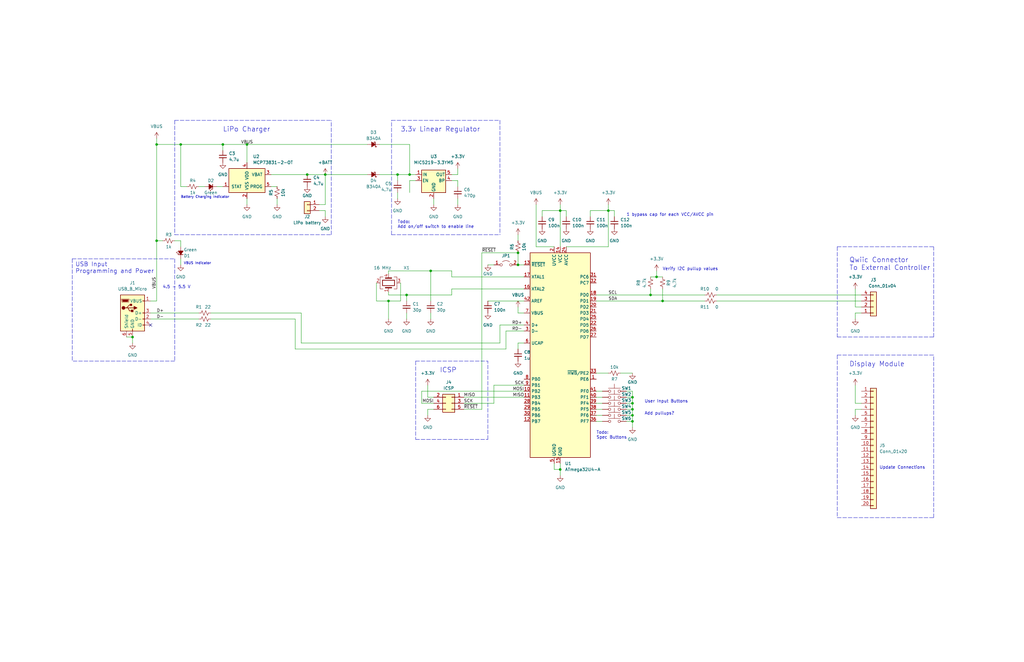
<source format=kicad_sch>
(kicad_sch (version 20211123) (generator eeschema)
  (paper "USLedger")
  (lib_symbols
    (symbol "Connector:USB_B_Micro" (pin_names (offset 1.016))
      (property "Reference" "J" (at -5.08 11.43 0))
      (property "Value" "USB_B_Micro" (at -5.08 8.89 0))
      (symbol "USB_B_Micro_0_1"
        (rectangle (start -5.08 -7.62) (end 5.08 7.62) (stroke (width 0.254)) (fill (type background)))
        (circle (center -3.81 2.159) (radius 0.635) (stroke (width 0.254)) (fill (type outline)))
        (circle (center -0.635 3.429) (radius 0.381) (stroke (width 0.254)) (fill (type outline)))
        (rectangle (start -0.127 -7.62) (end 0.127 -6.858))
        (polyline (pts (xy -1.905 2.159) (xy 0.635 2.159)) (stroke (width 0.254)))
        (polyline (pts (xy -3.175 2.159) (xy -2.54 2.159) (xy -1.27 3.429) (xy -0.635 3.429)) (stroke (width 0.254)))
        (polyline (pts (xy -2.54 2.159) (xy -1.905 2.159) (xy -1.27 0.889) (xy 0 0.889)) (stroke (width 0.254)))
        (polyline (pts (xy 0.635 2.794) (xy 0.635 1.524) (xy 1.905 2.159) (xy 0.635 2.794)) (stroke (width 0.254)) (fill (type outline)))
        (polyline (pts (xy -4.318 5.588) (xy -1.778 5.588) (xy -2.032 4.826) (xy -4.064 4.826) (xy -4.318 5.588)) (fill (type outline)))
        (polyline (pts (xy -4.699 5.842) (xy -4.699 5.588) (xy -4.445 4.826) (xy -4.445 4.572) (xy -1.651 4.572) (xy -1.651 4.826) (xy -1.397 5.588) (xy -1.397 5.842) (xy -4.699 5.842)))
        (rectangle (start 0.254 1.27) (end -0.508 0.508) (stroke (width 0.254)) (fill (type outline)))
        (rectangle (start 5.08 -5.207) (end 4.318 -4.953))
        (rectangle (start 5.08 -2.667) (end 4.318 -2.413))
        (rectangle (start 5.08 -0.127) (end 4.318 0.127))
        (rectangle (start 5.08 4.953) (end 4.318 5.207))
      )
      (symbol "USB_B_Micro_1_1"
        (pin power_out line (at 7.62 5.08 180) (length 2.54) (name "VBUS") (number "1"))
        (pin bidirectional line (at 7.62 -2.54 180) (length 2.54) (name "D-") (number "2"))
        (pin bidirectional line (at 7.62 0 180) (length 2.54) (name "D+") (number "3"))
        (pin passive line (at 7.62 -5.08 180) (length 2.54) (name "ID") (number "4"))
        (pin power_out line (at 0 -10.16 90) (length 2.54) (name "GND") (number "5"))
        (pin passive line (at -2.54 -10.16 90) (length 2.54) (name "Shield") (number "6"))
      )
    )
    (symbol "Connector_Generic:Conn_01x02" (pin_names (offset 1.016) hide)
      (property "Reference" "J" (at 0 2.54 0))
      (property "Value" "Conn_01x02" (at 0 -5.08 0))
      (symbol "Conn_01x02_1_1"
        (rectangle (start -1.27 -2.413) (end 0 -2.667) (stroke (width 0.1524)))
        (rectangle (start -1.27 0.127) (end 0 -0.127) (stroke (width 0.1524)))
        (rectangle (start -1.27 1.27) (end 1.27 -3.81) (stroke (width 0.254)) (fill (type background)))
        (pin passive line (at -5.08 0 0) (length 3.81) (name "Pin_1") (number "1"))
        (pin passive line (at -5.08 -2.54 0) (length 3.81) (name "Pin_2") (number "2"))
      )
    )
    (symbol "Connector_Generic:Conn_01x04" (pin_names (offset 1.016) hide)
      (property "Reference" "J" (at 0 5.08 0))
      (property "Value" "Conn_01x04" (at 0 -7.62 0))
      (symbol "Conn_01x04_1_1"
        (rectangle (start -1.27 -4.953) (end 0 -5.207) (stroke (width 0.1524)))
        (rectangle (start -1.27 -2.413) (end 0 -2.667) (stroke (width 0.1524)))
        (rectangle (start -1.27 0.127) (end 0 -0.127) (stroke (width 0.1524)))
        (rectangle (start -1.27 2.667) (end 0 2.413) (stroke (width 0.1524)))
        (rectangle (start -1.27 3.81) (end 1.27 -6.35) (stroke (width 0.254)) (fill (type background)))
        (pin passive line (at -5.08 2.54 0) (length 3.81) (name "Pin_1") (number "1"))
        (pin passive line (at -5.08 0 0) (length 3.81) (name "Pin_2") (number "2"))
        (pin passive line (at -5.08 -2.54 0) (length 3.81) (name "Pin_3") (number "3"))
        (pin passive line (at -5.08 -5.08 0) (length 3.81) (name "Pin_4") (number "4"))
      )
    )
    (symbol "Connector_Generic:Conn_01x20" (pin_names (offset 1.016) hide)
      (property "Reference" "J" (at 0 25.4 0))
      (property "Value" "Conn_01x20" (at 0 -27.94 0))
      (symbol "Conn_01x20_1_1"
        (rectangle (start -1.27 -25.273) (end 0 -25.527) (stroke (width 0.1524)))
        (rectangle (start -1.27 -22.733) (end 0 -22.987) (stroke (width 0.1524)))
        (rectangle (start -1.27 -20.193) (end 0 -20.447) (stroke (width 0.1524)))
        (rectangle (start -1.27 -17.653) (end 0 -17.907) (stroke (width 0.1524)))
        (rectangle (start -1.27 -15.113) (end 0 -15.367) (stroke (width 0.1524)))
        (rectangle (start -1.27 -12.573) (end 0 -12.827) (stroke (width 0.1524)))
        (rectangle (start -1.27 -10.033) (end 0 -10.287) (stroke (width 0.1524)))
        (rectangle (start -1.27 -7.493) (end 0 -7.747) (stroke (width 0.1524)))
        (rectangle (start -1.27 -4.953) (end 0 -5.207) (stroke (width 0.1524)))
        (rectangle (start -1.27 -2.413) (end 0 -2.667) (stroke (width 0.1524)))
        (rectangle (start -1.27 0.127) (end 0 -0.127) (stroke (width 0.1524)))
        (rectangle (start -1.27 2.667) (end 0 2.413) (stroke (width 0.1524)))
        (rectangle (start -1.27 5.207) (end 0 4.953) (stroke (width 0.1524)))
        (rectangle (start -1.27 7.747) (end 0 7.493) (stroke (width 0.1524)))
        (rectangle (start -1.27 10.287) (end 0 10.033) (stroke (width 0.1524)))
        (rectangle (start -1.27 12.827) (end 0 12.573) (stroke (width 0.1524)))
        (rectangle (start -1.27 15.367) (end 0 15.113) (stroke (width 0.1524)))
        (rectangle (start -1.27 17.907) (end 0 17.653) (stroke (width 0.1524)))
        (rectangle (start -1.27 20.447) (end 0 20.193) (stroke (width 0.1524)))
        (rectangle (start -1.27 22.987) (end 0 22.733) (stroke (width 0.1524)))
        (rectangle (start -1.27 24.13) (end 1.27 -26.67) (stroke (width 0.254)) (fill (type background)))
        (pin passive line (at -5.08 22.86 0) (length 3.81) (name "Pin_1") (number "1"))
        (pin passive line (at -5.08 0 0) (length 3.81) (name "Pin_10") (number "10"))
        (pin passive line (at -5.08 -2.54 0) (length 3.81) (name "Pin_11") (number "11"))
        (pin passive line (at -5.08 -5.08 0) (length 3.81) (name "Pin_12") (number "12"))
        (pin passive line (at -5.08 -7.62 0) (length 3.81) (name "Pin_13") (number "13"))
        (pin passive line (at -5.08 -10.16 0) (length 3.81) (name "Pin_14") (number "14"))
        (pin passive line (at -5.08 -12.7 0) (length 3.81) (name "Pin_15") (number "15"))
        (pin passive line (at -5.08 -15.24 0) (length 3.81) (name "Pin_16") (number "16"))
        (pin passive line (at -5.08 -17.78 0) (length 3.81) (name "Pin_17") (number "17"))
        (pin passive line (at -5.08 -20.32 0) (length 3.81) (name "Pin_18") (number "18"))
        (pin passive line (at -5.08 -22.86 0) (length 3.81) (name "Pin_19") (number "19"))
        (pin passive line (at -5.08 20.32 0) (length 3.81) (name "Pin_2") (number "2"))
        (pin passive line (at -5.08 -25.4 0) (length 3.81) (name "Pin_20") (number "20"))
        (pin passive line (at -5.08 17.78 0) (length 3.81) (name "Pin_3") (number "3"))
        (pin passive line (at -5.08 15.24 0) (length 3.81) (name "Pin_4") (number "4"))
        (pin passive line (at -5.08 12.7 0) (length 3.81) (name "Pin_5") (number "5"))
        (pin passive line (at -5.08 10.16 0) (length 3.81) (name "Pin_6") (number "6"))
        (pin passive line (at -5.08 7.62 0) (length 3.81) (name "Pin_7") (number "7"))
        (pin passive line (at -5.08 5.08 0) (length 3.81) (name "Pin_8") (number "8"))
        (pin passive line (at -5.08 2.54 0) (length 3.81) (name "Pin_9") (number "9"))
      )
    )
    (symbol "Connector_Generic:Conn_02x03_Odd_Even" (pin_names (offset 1.016) hide)
      (property "Reference" "J" (at 1.27 5.08 0))
      (property "Value" "Conn_02x03_Odd_Even" (at 1.27 -5.08 0))
      (symbol "Conn_02x03_Odd_Even_1_1"
        (rectangle (start -1.27 -2.413) (end 0 -2.667) (stroke (width 0.1524)))
        (rectangle (start -1.27 0.127) (end 0 -0.127) (stroke (width 0.1524)))
        (rectangle (start -1.27 2.667) (end 0 2.413) (stroke (width 0.1524)))
        (rectangle (start -1.27 3.81) (end 3.81 -3.81) (stroke (width 0.254)) (fill (type background)))
        (rectangle (start 3.81 -2.413) (end 2.54 -2.667) (stroke (width 0.1524)))
        (rectangle (start 3.81 0.127) (end 2.54 -0.127) (stroke (width 0.1524)))
        (rectangle (start 3.81 2.667) (end 2.54 2.413) (stroke (width 0.1524)))
        (pin passive line (at -5.08 2.54 0) (length 3.81) (name "Pin_1") (number "1"))
        (pin passive line (at 7.62 2.54 180) (length 3.81) (name "Pin_2") (number "2"))
        (pin passive line (at -5.08 0 0) (length 3.81) (name "Pin_3") (number "3"))
        (pin passive line (at 7.62 0 180) (length 3.81) (name "Pin_4") (number "4"))
        (pin passive line (at -5.08 -2.54 0) (length 3.81) (name "Pin_5") (number "5"))
        (pin passive line (at 7.62 -2.54 180) (length 3.81) (name "Pin_6") (number "6"))
      )
    )
    (symbol "Device:C_Small" (pin_numbers hide) (pin_names (offset 0.254) hide)
      (property "Reference" "C" (at 0.254 1.778 0))
      (property "Value" "C_Small" (at 0.254 -2.032 0))
      (symbol "C_Small_0_1"
        (polyline (pts (xy -1.524 -0.508) (xy 1.524 -0.508)) (stroke (width 0.3302)))
        (polyline (pts (xy -1.524 0.508) (xy 1.524 0.508)) (stroke (width 0.3048)))
      )
      (symbol "C_Small_1_1"
        (pin passive line (at 0 2.54 270) (length 2.032) (name "~") (number "1"))
        (pin passive line (at 0 -2.54 90) (length 2.032) (name "~") (number "2"))
      )
    )
    (symbol "Device:Crystal_GND23" (pin_names (offset 1.016) hide)
      (property "Reference" "Y" (at 3.175 5.08 0))
      (property "Value" "Crystal_GND23" (at 3.175 3.175 0))
      (symbol "Crystal_GND23_0_1"
        (rectangle (start -1.143 2.54) (end 1.143 -2.54) (stroke (width 0.3048)))
        (polyline (pts (xy -2.54 0) (xy -2.032 0)))
        (polyline (pts (xy -2.032 -1.27) (xy -2.032 1.27)) (stroke (width 0.508)))
        (polyline (pts (xy 0 -3.81) (xy 0 -3.556)))
        (polyline (pts (xy 0 3.556) (xy 0 3.81)))
        (polyline (pts (xy 2.032 -1.27) (xy 2.032 1.27)) (stroke (width 0.508)))
        (polyline (pts (xy 2.032 0) (xy 2.54 0)))
        (polyline (pts (xy -2.54 -2.286) (xy -2.54 -3.556) (xy 2.54 -3.556) (xy 2.54 -2.286)))
        (polyline (pts (xy -2.54 2.286) (xy -2.54 3.556) (xy 2.54 3.556) (xy 2.54 2.286)))
      )
      (symbol "Crystal_GND23_1_1"
        (pin passive line (at -3.81 0 0) (length 1.27) (name "1") (number "1"))
        (pin passive line (at 0 5.08 270) (length 1.27) (name "2") (number "2"))
        (pin passive line (at 0 -5.08 90) (length 1.27) (name "3") (number "3"))
        (pin passive line (at 3.81 0 180) (length 1.27) (name "4") (number "4"))
      )
    )
    (symbol "Device:D_Schottky_Small_Filled" (pin_numbers hide) (pin_names (offset 0.254) hide)
      (property "Reference" "D" (at -1.27 2.032 0))
      (property "Value" "D_Schottky_Small_Filled" (at -7.112 -2.032 0))
      (symbol "D_Schottky_Small_Filled_0_1"
        (polyline (pts (xy -0.762 0) (xy 0.762 0)))
        (polyline (pts (xy 0.762 -1.016) (xy -0.762 0) (xy 0.762 1.016) (xy 0.762 -1.016)) (stroke (width 0.254)) (fill (type outline)))
        (polyline (pts (xy -1.27 0.762) (xy -1.27 1.016) (xy -0.762 1.016) (xy -0.762 -1.016) (xy -0.254 -1.016) (xy -0.254 -0.762)) (stroke (width 0.254)))
      )
      (symbol "D_Schottky_Small_Filled_1_1"
        (pin passive line (at -2.54 0 0) (length 1.778) (name "K") (number "1"))
        (pin passive line (at 2.54 0 180) (length 1.778) (name "A") (number "2"))
      )
    )
    (symbol "Device:LED_Small_Filled" (pin_numbers hide) (pin_names (offset 0.254) hide)
      (property "Reference" "D" (at -1.27 3.175 0))
      (property "Value" "LED_Small_Filled" (at -4.445 -2.54 0))
      (symbol "LED_Small_Filled_0_1"
        (polyline (pts (xy -0.762 -1.016) (xy -0.762 1.016)) (stroke (width 0.254)))
        (polyline (pts (xy 1.016 0) (xy -0.762 0)))
        (polyline (pts (xy 0.762 -1.016) (xy -0.762 0) (xy 0.762 1.016) (xy 0.762 -1.016)) (stroke (width 0.254)) (fill (type outline)))
        (polyline (pts (xy 0 0.762) (xy -0.508 1.27) (xy -0.254 1.27) (xy -0.508 1.27) (xy -0.508 1.016)))
        (polyline (pts (xy 0.508 1.27) (xy 0 1.778) (xy 0.254 1.778) (xy 0 1.778) (xy 0 1.524)))
      )
      (symbol "LED_Small_Filled_1_1"
        (pin passive line (at -2.54 0 0) (length 1.778) (name "K") (number "1"))
        (pin passive line (at 2.54 0 180) (length 1.778) (name "A") (number "2"))
      )
    )
    (symbol "Device:R_Small_US" (pin_numbers hide) (pin_names (offset 0.254) hide)
      (property "Reference" "R" (at 0.762 0.508 0))
      (property "Value" "R_Small_US" (at 0.762 -1.016 0))
      (symbol "R_Small_US_1_1"
        (polyline (pts (xy 0 0) (xy 1.016 -0.381) (xy 0 -0.762) (xy -1.016 -1.143) (xy 0 -1.524)))
        (polyline (pts (xy 0 1.524) (xy 1.016 1.143) (xy 0 0.762) (xy -1.016 0.381) (xy 0 0)))
        (pin passive line (at 0 2.54 270) (length 1.016) (name "~") (number "1"))
        (pin passive line (at 0 -2.54 90) (length 1.016) (name "~") (number "2"))
      )
    )
    (symbol "Jumper:Jumper_2_Open" (pin_names (offset 0) hide)
      (property "Reference" "JP" (at 0 2.794 0))
      (property "Value" "Jumper_2_Open" (at 0 -2.286 0))
      (symbol "Jumper_2_Open_0_0"
        (circle (center -2.032 0) (radius 0.508))
        (circle (center 2.032 0) (radius 0.508))
      )
      (symbol "Jumper_2_Open_0_1"
        (arc (start 1.524 1.27) (mid 0 1.778) (end -1.524 1.27))
      )
      (symbol "Jumper_2_Open_1_1"
        (pin passive line (at -5.08 0 0) (length 2.54) (name "A") (number "1"))
        (pin passive line (at 5.08 0 180) (length 2.54) (name "B") (number "2"))
      )
    )
    (symbol "Regulator_Linear:MIC5219-3.3YM5" (pin_names (offset 0.254))
      (property "Reference" "U" (at -3.81 5.715 0))
      (property "Value" "MIC5219-3.3YM5" (at 0 5.715 0))
      (symbol "MIC5219-3.3YM5_0_1"
        (rectangle (start -5.08 4.445) (end 5.08 -5.08) (stroke (width 0.254)) (fill (type background)))
      )
      (symbol "MIC5219-3.3YM5_1_1"
        (pin power_in line (at -7.62 2.54 0) (length 2.54) (name "IN") (number "1"))
        (pin power_in line (at 0 -7.62 90) (length 2.54) (name "GND") (number "2"))
        (pin input line (at -7.62 0 0) (length 2.54) (name "EN") (number "3"))
        (pin input line (at 7.62 0 180) (length 2.54) (name "BP") (number "4"))
        (pin power_out line (at 7.62 2.54 180) (length 2.54) (name "OUT") (number "5"))
      )
    )
    (symbol "Switch:SW_Push" (pin_numbers hide) (pin_names (offset 1.016) hide)
      (property "Reference" "SW" (at 1.27 2.54 0))
      (property "Value" "SW_Push" (at 0 -1.524 0))
      (symbol "SW_Push_0_1"
        (circle (center -2.032 0) (radius 0.508))
        (polyline (pts (xy 0 1.27) (xy 0 3.048)))
        (polyline (pts (xy 2.54 1.27) (xy -2.54 1.27)))
        (circle (center 2.032 0) (radius 0.508))
        (pin passive line (at -5.08 0 0) (length 2.54) (name "1") (number "1"))
        (pin passive line (at 5.08 0 180) (length 2.54) (name "2") (number "2"))
      )
    )
    (symbol "U-ATMEGA32U4-AU:ATmega32U4-A"
      (property "Reference" "U" (at -12.7 44.45 0))
      (property "Value" "ATmega32U4-A" (at 2.54 -44.45 0))
      (symbol "ATmega32U4-A_0_1"
        (rectangle (start -12.7 -43.18) (end 12.7 43.18) (stroke (width 0.254)) (fill (type background)))
      )
      (symbol "ATmega32U4-A_1_1"
        (pin bidirectional line (at 15.24 -10.16 180) (length 2.54) (name "PE6") (number "1"))
        (pin bidirectional line (at -15.24 -15.24 0) (length 2.54) (name "PB2") (number "10"))
        (pin bidirectional line (at -15.24 -17.78 0) (length 2.54) (name "PB3") (number "11"))
        (pin bidirectional line (at -15.24 -27.94 0) (length 2.54) (name "PB7") (number "12"))
        (pin input line (at -15.24 38.1 0) (length 2.54) (name "~{RESET}") (number "13"))
        (pin power_in line (at 0 45.72 270) (length 2.54) (name "VCC") (number "14"))
        (pin power_in line (at 0 -45.72 90) (length 2.54) (name "GND") (number "15"))
        (pin output line (at -15.24 27.94 0) (length 2.54) (name "XTAL2") (number "16"))
        (pin input line (at -15.24 33.02 0) (length 2.54) (name "XTAL1") (number "17"))
        (pin bidirectional line (at 15.24 25.4 180) (length 2.54) (name "PD0") (number "18"))
        (pin bidirectional line (at 15.24 22.86 180) (length 2.54) (name "PD1") (number "19"))
        (pin power_in line (at -2.54 45.72 270) (length 2.54) (name "UVCC") (number "2"))
        (pin bidirectional line (at 15.24 20.32 180) (length 2.54) (name "PD2") (number "20"))
        (pin bidirectional line (at 15.24 17.78 180) (length 2.54) (name "PD3") (number "21"))
        (pin bidirectional line (at 15.24 12.7 180) (length 2.54) (name "PD5") (number "22"))
        (pin passive line (at 0 -45.72 90) (length 2.54) hide (name "GND") (number "23"))
        (pin power_in line (at 2.54 45.72 270) (length 2.54) (name "AVCC") (number "24"))
        (pin bidirectional line (at 15.24 15.24 180) (length 2.54) (name "PD4") (number "25"))
        (pin bidirectional line (at 15.24 10.16 180) (length 2.54) (name "PD6") (number "26"))
        (pin bidirectional line (at 15.24 7.62 180) (length 2.54) (name "PD7") (number "27"))
        (pin bidirectional line (at -15.24 -20.32 0) (length 2.54) (name "PB4") (number "28"))
        (pin bidirectional line (at -15.24 -22.86 0) (length 2.54) (name "PB5") (number "29"))
        (pin bidirectional line (at -15.24 10.16 0) (length 2.54) (name "D-") (number "3"))
        (pin bidirectional line (at -15.24 -25.4 0) (length 2.54) (name "PB6") (number "30"))
        (pin bidirectional line (at 15.24 33.02 180) (length 2.54) (name "PC6") (number "31"))
        (pin bidirectional line (at 15.24 30.48 180) (length 2.54) (name "PC7") (number "32"))
        (pin bidirectional line (at 15.24 -7.62 180) (length 2.54) (name "~{HWB}/PE2") (number "33"))
        (pin passive line (at 0 45.72 270) (length 2.54) hide (name "VCC") (number "34"))
        (pin passive line (at 0 -45.72 90) (length 2.54) hide (name "GND") (number "35"))
        (pin bidirectional line (at 15.24 -27.94 180) (length 2.54) (name "PF7") (number "36"))
        (pin bidirectional line (at 15.24 -25.4 180) (length 2.54) (name "PF6") (number "37"))
        (pin bidirectional line (at 15.24 -22.86 180) (length 2.54) (name "PF5") (number "38"))
        (pin bidirectional line (at 15.24 -20.32 180) (length 2.54) (name "PF4") (number "39"))
        (pin bidirectional line (at -15.24 12.7 0) (length 2.54) (name "D+") (number "4"))
        (pin bidirectional line (at 15.24 -17.78 180) (length 2.54) (name "PF1") (number "40"))
        (pin bidirectional line (at 15.24 -15.24 180) (length 2.54) (name "PF0") (number "41"))
        (pin passive line (at -15.24 22.86 0) (length 2.54) (name "AREF") (number "42"))
        (pin passive line (at 0 -45.72 90) (length 2.54) hide (name "GND") (number "43"))
        (pin passive line (at 2.54 45.72 270) (length 2.54) hide (name "AVCC") (number "44"))
        (pin passive line (at -2.54 -45.72 90) (length 2.54) (name "UGND") (number "5"))
        (pin passive line (at -15.24 5.08 0) (length 2.54) (name "UCAP") (number "6"))
        (pin input line (at -15.24 17.78 0) (length 2.54) (name "VBUS") (number "7"))
        (pin bidirectional line (at -15.24 -10.16 0) (length 2.54) (name "PB0") (number "8"))
        (pin bidirectional line (at -15.24 -12.7 0) (length 2.54) (name "PB1") (number "9"))
      )
    )
    (symbol "U-MCP73831-2:MCP73831-2-OT" (pin_names (offset 1.016))
      (property "Reference" "U" (at -7.62 6.35 0))
      (property "Value" "MCP73831-2-OT" (at 1.27 6.35 0))
      (symbol "MCP73831-2-OT_0_1"
        (rectangle (start -7.62 5.08) (end 7.62 -5.08) (stroke (width 0.254)) (fill (type background)))
      )
      (symbol "MCP73831-2-OT_1_1"
        (pin output line (at -10.16 -2.54 0) (length 2.54) (name "STAT") (number "1"))
        (pin power_in line (at 0 -7.62 90) (length 2.54) (name "VSS") (number "2"))
        (pin power_out line (at 10.16 2.54 180) (length 2.54) (name "VBAT") (number "3"))
        (pin power_in line (at 0 7.62 270) (length 2.54) (name "VDD") (number "4"))
        (pin input line (at 10.16 -2.54 180) (length 2.54) (name "PROG") (number "5"))
      )
    )
    (symbol "power:+3.3V" (power) (pin_names (offset 0))
      (property "Value" "+3.3V" (at 0 3.556 0))
      (symbol "+3.3V_0_1"
        (polyline (pts (xy -0.762 1.27) (xy 0 2.54)))
        (polyline (pts (xy 0 0) (xy 0 2.54)))
        (polyline (pts (xy 0 2.54) (xy 0.762 1.27)))
      )
      (symbol "+3.3V_1_1"
        (pin power_in line (at 0 0 90) (length 0) hide (name "+3.3V") (number "1"))
      )
    )
    (symbol "power:+BATT" (power) (pin_names (offset 0))
      (property "Value" "+BATT" (at 0 3.556 0))
      (symbol "+BATT_0_1"
        (polyline (pts (xy -0.762 1.27) (xy 0 2.54)))
        (polyline (pts (xy 0 0) (xy 0 2.54)))
        (polyline (pts (xy 0 2.54) (xy 0.762 1.27)))
      )
      (symbol "+BATT_1_1"
        (pin power_in line (at 0 0 90) (length 0) hide (name "+BATT") (number "1"))
      )
    )
    (symbol "power:GND" (power) (pin_names (offset 0))
      (property "Value" "GND" (at 0 -3.81 0))
      (symbol "GND_0_1"
        (polyline (pts (xy 0 0) (xy 0 -1.27) (xy 1.27 -1.27) (xy 0 -2.54) (xy -1.27 -1.27) (xy 0 -1.27)))
      )
      (symbol "GND_1_1"
        (pin power_in line (at 0 0 270) (length 0) hide (name "GND") (number "1"))
      )
    )
    (symbol "power:VBUS" (power) (pin_names (offset 0))
      (property "Value" "VBUS" (at 0 3.81 0))
      (symbol "VBUS_0_1"
        (polyline (pts (xy -0.762 1.27) (xy 0 2.54)))
        (polyline (pts (xy 0 0) (xy 0 2.54)))
        (polyline (pts (xy 0 2.54) (xy 0.762 1.27)))
      )
      (symbol "VBUS_1_1"
        (pin power_in line (at 0 0 90) (length 0) hide (name "VBUS") (number "1"))
      )
    )
  )
  (junction (at 172.72 73.66))
  (junction (at 76.2 60.96))
  (junction (at 66.04 101.6))
  (junction (at 163.83 127))
  (junction (at 266.7 172.72))
  (junction (at 104.14 60.96))
  (junction (at 66.04 60.96))
  (junction (at 181.61 114.3))
  (junction (at 279.4 127))
  (junction (at 236.22 88.9))
  (junction (at 218.44 111.76))
  (junction (at 256.54 88.9))
  (junction (at 167.64 73.66))
  (junction (at 171.45 124.46))
  (junction (at 55.88 142.24))
  (junction (at 266.7 175.26))
  (junction (at 266.7 177.8))
  (junction (at 236.22 198.12))
  (junction (at 266.7 170.18))
  (junction (at 129.54 73.66))
  (junction (at 93.98 60.96))
  (junction (at 218.44 106.68))
  (junction (at 276.86 116.84))
  (junction (at 137.16 73.66))
  (junction (at 266.7 167.64))
  (junction (at 274.32 124.46))
  (no_connect (at 63.5 137.16))
  (wire (pts (xy 76.2 101.6) (xy 73.66 101.6)))
  (wire (pts (xy 195.58 170.18) (xy 208.28 170.18)))
  (wire (pts (xy 193.04 83.82) (xy 193.04 86.36)))
  (wire (pts (xy 251.46 177.8) (xy 254 177.8)))
  (wire (pts (xy 104.14 83.82) (xy 104.14 86.36)))
  (wire (pts (xy 124.46 147.32) (xy 124.46 134.62)))
  (wire (pts (xy 256.54 88.9) (xy 256.54 104.14)))
  (wire (pts (xy 279.4 127) (xy 297.18 127)))
  (wire (pts (xy 91.44 78.74) (xy 93.98 78.74)))
  (wire (pts (xy 66.04 127) (xy 63.5 127)))
  (wire (pts (xy 276.86 116.84) (xy 279.4 116.84)))
  (wire (pts (xy 233.68 198.12) (xy 236.22 198.12)))
  (wire (pts (xy 114.3 78.74) (xy 116.84 78.74)))
  (wire (pts (xy 134.62 88.9) (xy 137.16 88.9)))
  (wire (pts (xy 302.26 124.46) (xy 363.22 124.46)))
  (wire (pts (xy 233.68 195.58) (xy 233.68 198.12)))
  (wire (pts (xy 181.61 132.08) (xy 181.61 134.62)))
  (wire (pts (xy 66.04 60.96) (xy 66.04 101.6)))
  (wire (pts (xy 276.86 114.3) (xy 276.86 116.84)))
  (wire (pts (xy 190.5 124.46) (xy 190.5 121.92)))
  (wire (pts (xy 193.04 76.2) (xy 193.04 78.74)))
  (polyline (pts (xy 73.66 50.8) (xy 73.66 99.06)))
  (wire (pts (xy 163.83 127) (xy 163.83 134.62)))
  (wire (pts (xy 88.9 134.62) (xy 124.46 134.62)))
  (wire (pts (xy 226.06 104.14) (xy 233.68 104.14)))
  (wire (pts (xy 172.72 73.66) (xy 175.26 73.66)))
  (wire (pts (xy 236.22 86.36) (xy 236.22 88.9)))
  (wire (pts (xy 76.2 104.14) (xy 76.2 101.6)))
  (wire (pts (xy 360.68 170.18) (xy 360.68 162.56)))
  (polyline (pts (xy 393.7 218.44) (xy 393.7 149.86)))
  (wire (pts (xy 236.22 195.58) (xy 236.22 198.12)))
  (wire (pts (xy 218.44 99.06) (xy 218.44 101.6)))
  (polyline (pts (xy 30.48 109.22) (xy 30.48 152.4)))
  (polyline (pts (xy 175.26 152.4) (xy 205.74 152.4)))
  (wire (pts (xy 93.98 63.5) (xy 93.98 60.96)))
  (wire (pts (xy 168.91 119.38) (xy 168.91 127)))
  (wire (pts (xy 251.46 167.64) (xy 254 167.64)))
  (wire (pts (xy 114.3 73.66) (xy 129.54 73.66)))
  (polyline (pts (xy 139.7 99.06) (xy 139.7 50.8)))
  (wire (pts (xy 363.22 172.72) (xy 360.68 172.72)))
  (wire (pts (xy 181.61 114.3) (xy 181.61 127)))
  (wire (pts (xy 172.72 76.2) (xy 172.72 81.28)))
  (wire (pts (xy 363.22 129.54) (xy 360.68 129.54)))
  (wire (pts (xy 190.5 73.66) (xy 193.04 73.66)))
  (wire (pts (xy 76.2 78.74) (xy 76.2 60.96)))
  (polyline (pts (xy 205.74 185.42) (xy 205.74 152.4)))
  (wire (pts (xy 274.32 124.46) (xy 297.18 124.46)))
  (wire (pts (xy 256.54 86.36) (xy 256.54 88.9)))
  (wire (pts (xy 63.5 134.62) (xy 83.82 134.62)))
  (wire (pts (xy 274.32 121.92) (xy 274.32 124.46)))
  (wire (pts (xy 266.7 177.8) (xy 264.16 177.8)))
  (wire (pts (xy 266.7 167.64) (xy 266.7 165.1)))
  (wire (pts (xy 205.74 111.76) (xy 208.28 111.76)))
  (wire (pts (xy 228.6 88.9) (xy 228.6 91.44)))
  (wire (pts (xy 210.82 137.16) (xy 220.98 137.16)))
  (polyline (pts (xy 165.1 99.06) (xy 165.1 50.8)))
  (wire (pts (xy 360.68 129.54) (xy 360.68 121.92)))
  (wire (pts (xy 279.4 121.92) (xy 279.4 127)))
  (wire (pts (xy 134.62 86.36) (xy 137.16 86.36)))
  (wire (pts (xy 127 144.78) (xy 210.82 144.78)))
  (wire (pts (xy 172.72 73.66) (xy 172.72 60.96)))
  (wire (pts (xy 266.7 167.64) (xy 264.16 167.64)))
  (polyline (pts (xy 165.1 99.06) (xy 210.82 99.06)))
  (wire (pts (xy 266.7 177.8) (xy 266.7 175.26)))
  (wire (pts (xy 248.92 88.9) (xy 256.54 88.9)))
  (wire (pts (xy 238.76 88.9) (xy 236.22 88.9)))
  (wire (pts (xy 261.62 157.48) (xy 266.7 157.48)))
  (wire (pts (xy 236.22 88.9) (xy 236.22 104.14)))
  (wire (pts (xy 182.88 167.64) (xy 180.34 167.64)))
  (wire (pts (xy 360.68 132.08) (xy 360.68 134.62)))
  (wire (pts (xy 137.16 73.66) (xy 154.94 73.66)))
  (wire (pts (xy 193.04 73.66) (xy 193.04 71.12)))
  (polyline (pts (xy 175.26 152.4) (xy 175.26 185.42)))
  (wire (pts (xy 175.26 76.2) (xy 172.72 76.2)))
  (wire (pts (xy 213.36 139.7) (xy 220.98 139.7)))
  (wire (pts (xy 195.58 172.72) (xy 203.2 172.72)))
  (wire (pts (xy 251.46 157.48) (xy 256.54 157.48)))
  (wire (pts (xy 218.44 132.08) (xy 220.98 132.08)))
  (wire (pts (xy 182.88 83.82) (xy 182.88 86.36)))
  (wire (pts (xy 266.7 175.26) (xy 264.16 175.26)))
  (wire (pts (xy 63.5 132.08) (xy 83.82 132.08)))
  (polyline (pts (xy 30.48 109.22) (xy 73.66 109.22)))
  (wire (pts (xy 274.32 116.84) (xy 276.86 116.84)))
  (wire (pts (xy 213.36 139.7) (xy 213.36 147.32)))
  (polyline (pts (xy 353.06 142.24) (xy 393.7 142.24)))
  (wire (pts (xy 210.82 144.78) (xy 210.82 137.16)))
  (wire (pts (xy 167.64 73.66) (xy 167.64 76.2)))
  (polyline (pts (xy 73.66 99.06) (xy 139.7 99.06)))
  (wire (pts (xy 251.46 124.46) (xy 274.32 124.46)))
  (polyline (pts (xy 175.26 185.42) (xy 205.74 185.42)))
  (wire (pts (xy 53.34 142.24) (xy 55.88 142.24)))
  (polyline (pts (xy 73.66 109.22) (xy 73.66 152.4)))
  (wire (pts (xy 266.7 175.26) (xy 266.7 172.72)))
  (wire (pts (xy 137.16 88.9) (xy 137.16 91.44)))
  (wire (pts (xy 218.44 147.32) (xy 218.44 144.78)))
  (wire (pts (xy 83.82 78.74) (xy 86.36 78.74)))
  (wire (pts (xy 181.61 114.3) (xy 190.5 114.3)))
  (wire (pts (xy 168.91 127) (xy 163.83 127)))
  (wire (pts (xy 88.9 132.08) (xy 127 132.08)))
  (wire (pts (xy 66.04 60.96) (xy 76.2 60.96)))
  (wire (pts (xy 208.28 162.56) (xy 220.98 162.56)))
  (wire (pts (xy 177.8 165.1) (xy 177.8 170.18)))
  (polyline (pts (xy 393.7 142.24) (xy 393.7 104.14)))
  (wire (pts (xy 163.83 123.19) (xy 163.83 124.46)))
  (wire (pts (xy 158.75 119.38) (xy 158.75 127)))
  (wire (pts (xy 195.58 167.64) (xy 220.98 167.64)))
  (wire (pts (xy 266.7 165.1) (xy 264.16 165.1)))
  (wire (pts (xy 218.44 106.68) (xy 218.44 111.76)))
  (wire (pts (xy 163.83 124.46) (xy 171.45 124.46)))
  (wire (pts (xy 302.26 127) (xy 363.22 127)))
  (wire (pts (xy 190.5 114.3) (xy 190.5 116.84)))
  (wire (pts (xy 251.46 175.26) (xy 254 175.26)))
  (wire (pts (xy 218.44 144.78) (xy 220.98 144.78)))
  (wire (pts (xy 163.83 114.3) (xy 181.61 114.3)))
  (wire (pts (xy 93.98 60.96) (xy 104.14 60.96)))
  (wire (pts (xy 251.46 165.1) (xy 254 165.1)))
  (polyline (pts (xy 73.66 50.8) (xy 139.7 50.8)))
  (wire (pts (xy 266.7 170.18) (xy 264.16 170.18)))
  (wire (pts (xy 251.46 127) (xy 279.4 127)))
  (wire (pts (xy 137.16 86.36) (xy 137.16 73.66)))
  (wire (pts (xy 116.84 83.82) (xy 116.84 86.36)))
  (wire (pts (xy 66.04 101.6) (xy 66.04 127)))
  (wire (pts (xy 226.06 86.36) (xy 226.06 104.14)))
  (wire (pts (xy 160.02 73.66) (xy 167.64 73.66)))
  (wire (pts (xy 76.2 109.22) (xy 76.2 111.76)))
  (wire (pts (xy 76.2 60.96) (xy 93.98 60.96)))
  (wire (pts (xy 266.7 172.72) (xy 266.7 170.18)))
  (wire (pts (xy 171.45 124.46) (xy 190.5 124.46)))
  (polyline (pts (xy 353.06 104.14) (xy 393.7 104.14)))
  (polyline (pts (xy 165.1 50.8) (xy 210.82 50.8)))
  (polyline (pts (xy 353.06 218.44) (xy 393.7 218.44)))
  (wire (pts (xy 167.64 73.66) (xy 172.72 73.66)))
  (wire (pts (xy 55.88 142.24) (xy 55.88 144.78)))
  (polyline (pts (xy 73.66 152.4) (xy 30.48 152.4)))
  (wire (pts (xy 167.64 81.28) (xy 167.64 83.82)))
  (polyline (pts (xy 353.06 149.86) (xy 353.06 218.44)))
  (wire (pts (xy 236.22 198.12) (xy 236.22 200.66)))
  (wire (pts (xy 251.46 172.72) (xy 254 172.72)))
  (wire (pts (xy 266.7 172.72) (xy 264.16 172.72)))
  (polyline (pts (xy 353.06 104.14) (xy 353.06 142.24)))
  (wire (pts (xy 127 132.08) (xy 127 144.78)))
  (wire (pts (xy 228.6 88.9) (xy 236.22 88.9)))
  (wire (pts (xy 203.2 172.72) (xy 203.2 106.68)))
  (wire (pts (xy 182.88 172.72) (xy 180.34 172.72)))
  (wire (pts (xy 218.44 111.76) (xy 220.98 111.76)))
  (wire (pts (xy 190.5 121.92) (xy 220.98 121.92)))
  (wire (pts (xy 66.04 58.42) (xy 66.04 60.96)))
  (wire (pts (xy 238.76 91.44) (xy 238.76 88.9)))
  (wire (pts (xy 180.34 162.56) (xy 180.34 167.64)))
  (wire (pts (xy 205.74 127) (xy 220.98 127)))
  (wire (pts (xy 208.28 162.56) (xy 208.28 170.18)))
  (wire (pts (xy 177.8 170.18) (xy 182.88 170.18)))
  (wire (pts (xy 363.22 132.08) (xy 360.68 132.08)))
  (wire (pts (xy 171.45 124.46) (xy 171.45 127)))
  (wire (pts (xy 203.2 106.68) (xy 218.44 106.68)))
  (wire (pts (xy 190.5 116.84) (xy 220.98 116.84)))
  (wire (pts (xy 363.22 170.18) (xy 360.68 170.18)))
  (wire (pts (xy 177.8 165.1) (xy 220.98 165.1)))
  (wire (pts (xy 78.74 78.74) (xy 76.2 78.74)))
  (polyline (pts (xy 353.06 149.86) (xy 393.7 149.86)))
  (polyline (pts (xy 210.82 50.8) (xy 210.82 99.06)))
  (wire (pts (xy 160.02 60.96) (xy 172.72 60.96)))
  (wire (pts (xy 218.44 129.54) (xy 218.44 132.08)))
  (wire (pts (xy 266.7 170.18) (xy 266.7 167.64)))
  (wire (pts (xy 266.7 180.34) (xy 266.7 177.8)))
  (wire (pts (xy 171.45 132.08) (xy 171.45 134.62)))
  (wire (pts (xy 213.36 147.32) (xy 124.46 147.32)))
  (wire (pts (xy 259.08 91.44) (xy 259.08 88.9)))
  (wire (pts (xy 180.34 172.72) (xy 180.34 175.26)))
  (wire (pts (xy 163.83 115.57) (xy 163.83 114.3)))
  (wire (pts (xy 104.14 60.96) (xy 154.94 60.96)))
  (wire (pts (xy 66.04 101.6) (xy 68.58 101.6)))
  (wire (pts (xy 129.54 73.66) (xy 137.16 73.66)))
  (wire (pts (xy 259.08 88.9) (xy 256.54 88.9)))
  (wire (pts (xy 158.75 127) (xy 163.83 127)))
  (wire (pts (xy 248.92 91.44) (xy 248.92 88.9)))
  (wire (pts (xy 104.14 60.96) (xy 104.14 68.58)))
  (wire (pts (xy 360.68 172.72) (xy 360.68 175.26)))
  (wire (pts (xy 238.76 104.14) (xy 256.54 104.14)))
  (wire (pts (xy 251.46 170.18) (xy 254 170.18)))
  (wire (pts (xy 190.5 76.2) (xy 193.04 76.2)))
  (text "Todo:\nSpec Buttons" (at 251.46 185.42 0) (effects (font (size 1.27 1.27)) (justify left bottom)))
  (text "Todo:\nAdd on/off switch to enable line" (at 167.64 96.52 0) (effects (font (size 1.27 1.27)) (justify left bottom)))
  (text "3.3v Linear Regulator" (at 168.91 55.88 0) (effects (font (size 2.032 2.032)) (justify left bottom)))
  (text "Battery Charging Indicator" (at 76.2 83.82 0) (effects (font (size 1.016 1.016)) (justify left bottom)))
  (text "ICSP" (at 185.42 157.48 0) (effects (font (size 2.032 2.032)) (justify left bottom)))
  (text "Verify I2C pullup values" (at 279.4 114.3 0) (effects (font (size 1.27 1.27)) (justify left bottom)))
  (text "Qwiic Connector\nTo External Controller" (at 358.14 114.3 0) (effects (font (size 2.032 2.032)) (justify left bottom)))
  (text "Update Connections" (at 370.84 198.12 0) (effects (font (size 1.27 1.27)) (justify left bottom)))
  (text "VBUS Indicator" (at 77.47 111.76 0) (effects (font (size 1.016 1.016)) (justify left bottom)))
  (text "USB Input\nProgramming and Power" (at 31.75 115.57 0) (effects (font (size 1.778 1.778)) (justify left bottom)))
  (text "Display Module" (at 358.14 154.94 0) (effects (font (size 2.032 2.032)) (justify left bottom)))
  (text "LiPo Charger" (at 93.98 55.88 0) (effects (font (size 2.032 2.032)) (justify left bottom)))
  (text "4.5 - 5.5 V" (at 68.58 121.92 0) (effects (font (size 1.27 1.27)) (justify left bottom)))
  (text "1 bypass cap for each VCC/AVCC pin" (at 264.16 91.44 0) (effects (font (size 1.27 1.27)) (justify left bottom)))
  (text "User Input Buttons" (at 271.78 170.18 0) (effects (font (size 1.27 1.27)) (justify left bottom)))
  (text "Add pullups?" (at 271.78 175.26 0) (effects (font (size 1.27 1.27)) (justify left bottom)))
  (label "RD-" (at 215.9 139.7 0))
  (label "SCK" (at 220.98 162.56 180))
  (label "MOSI" (at 220.98 165.1 180))
  (label "D-" (at 66.04 134.62 0))
  (label "VBUS" (at 101.6 60.96 0))
  (label "~{RESET}" (at 203.2 106.68 0))
  (label "D+" (at 66.04 132.08 0))
  (label "MISO" (at 220.98 167.64 180))
  (label "~{RESET}" (at 195.58 172.72 0))
  (label "SCK" (at 195.58 170.18 0))
  (label "SDA" (at 256.54 127 0))
  (label "MOSI" (at 182.88 170.18 180))
  (label "VBUS" (at 66.04 121.92 90))
  (label "RD+" (at 215.9 137.16 0))
  (label "SCL" (at 256.54 124.46 0))
  (label "MISO" (at 195.58 167.64 0))
  (symbol (lib_id "power:GND") (at 360.68 175.26 0) (unit 1)
    (property "Reference" "#PWR031" (effects hide))
    (property "Value" "GND" (at 360.68 180.34 0))
  )
  (symbol (lib_id "Switch:SW_Push") (at 259.08 175.26 0) (unit 1)
    (property "Reference" "SW5" (at 264.16 173.99 0))
    (property "Value" "SW_Push" (effects hide))
    (property "Footprint" "Button_Switch_SMD:SW_SPST_TL3305A" (effects hide))
  )
  (symbol (lib_id "Device:LED_Small_Filled") (at 88.9 78.74 180) (unit 1)
    (property "Reference" "D2" (at 88.9 76.2 0))
    (property "Value" "Green" (at 88.9 81.28 0))
    (property "Footprint" "LED_SMD:LED_0805_2012Metric" (effects hide))
  )
  (symbol (lib_id "Device:R_Small_US") (at 81.28 78.74 90) (unit 1)
    (property "Reference" "R4" (at 81.28 76.2 90))
    (property "Value" "1k" (at 81.28 81.28 90))
    (property "Footprint" "Resistor_SMD:R_0805_2012Metric" (effects hide))
  )
  (symbol (lib_id "power:GND") (at 266.7 157.48 0) (unit 1)
    (property "Reference" "#PWR025" (effects hide))
    (property "Value" "GND" (at 266.7 161.29 0))
  )
  (symbol (lib_id "power:GND") (at 236.22 200.66 0) (unit 1)
    (property "Reference" "#PWR020" (effects hide))
    (property "Value" "GND" (at 236.22 205.74 0))
  )
  (symbol (lib_id "power:GND") (at 104.14 86.36 0) (unit 1)
    (property "Reference" "#PWR04" (effects hide))
    (property "Value" "GND" (at 104.14 91.44 0))
  )
  (symbol (lib_id "power:+3.3V") (at 276.86 114.3 0) (unit 1)
    (property "Reference" "#PWR027" (effects hide))
    (property "Value" "+3.3V" (at 276.86 109.22 0))
  )
  (symbol (lib_id "Connector_Generic:Conn_02x03_Odd_Even") (at 190.5 170.18 0) (mirror y) (unit 1)
    (property "Reference" "J4" (at 189.23 161.29 0))
    (property "Value" "ICSP" (at 189.23 163.83 0))
    (property "Footprint" "Connector_PinHeader_2.54mm:PinHeader_2x03_P2.54mm_Vertical" (effects hide))
  )
  (symbol (lib_id "power:GND") (at 129.54 78.74 0) (unit 1)
    (property "Reference" "#PWR06" (effects hide))
    (property "Value" "GND" (at 129.54 82.55 0))
  )
  (symbol (lib_id "power:GND") (at 180.34 175.26 0) (unit 1)
    (property "Reference" "#PWR033" (effects hide))
    (property "Value" "GND" (at 180.34 180.34 0))
  )
  (symbol (lib_id "power:GND") (at 181.61 134.62 0) (unit 1)
    (property "Reference" "#PWR0102" (effects hide))
    (property "Value" "GND" (at 181.61 139.7 0))
  )
  (symbol (lib_id "Device:R_Small_US") (at 71.12 101.6 90) (unit 1)
    (property "Reference" "R3" (at 71.12 99.06 90))
    (property "Value" "1k" (at 71.12 104.14 90))
    (property "Footprint" "Resistor_SMD:R_0805_2012Metric" (effects hide))
  )
  (symbol (lib_id "Device:D_Schottky_Small_Filled") (at 157.48 73.66 180) (unit 1)
    (property "Reference" "D4" (at 157.48 76.2 0))
    (property "Value" "B340A" (at 157.48 78.74 0))
    (property "Footprint" "Diode_SMD:D_SMA" (effects hide))
  )
  (symbol (lib_id "Device:C_Small") (at 228.6 93.98 0) (unit 1)
    (property "Reference" "C9" (at 231.14 92.7162 0) (effects (justify left)))
    (property "Value" "100n" (at 231.14 95.2562 0) (effects (justify left)))
    (property "Footprint" "Capacitor_SMD:C_0805_2012Metric" (effects hide))
  )
  (symbol (lib_id "Device:LED_Small_Filled") (at 76.2 106.68 90) (unit 1)
    (property "Reference" "D1" (at 77.47 107.95 90) (effects (justify right)))
    (property "Value" "Green" (at 77.47 105.41 90) (effects (justify right)))
    (property "Footprint" "LED_SMD:LED_0805_2012Metric" (effects hide))
  )
  (symbol (lib_id "power:GND") (at 55.88 144.78 0) (unit 1)
    (property "Reference" "#PWR0104" (effects hide))
    (property "Value" "GND" (at 55.88 149.86 0))
  )
  (symbol (lib_id "power:GND") (at 182.88 86.36 0) (unit 1)
    (property "Reference" "#PWR010" (effects hide))
    (property "Value" "GND" (at 182.88 91.44 0))
  )
  (symbol (lib_id "power:GND") (at 228.6 96.52 0) (unit 1)
    (property "Reference" "#PWR019" (effects hide))
    (property "Value" "GND" (at 228.6 101.6 0))
  )
  (symbol (lib_id "Device:D_Schottky_Small_Filled") (at 157.48 60.96 180) (unit 1)
    (property "Reference" "D3" (at 157.48 55.88 0))
    (property "Value" "B340A" (at 157.48 58.42 0))
    (property "Footprint" "Diode_SMD:D_SMA" (effects hide))
  )
  (symbol (lib_id "Switch:SW_Push") (at 259.08 170.18 0) (unit 1)
    (property "Reference" "SW3" (at 264.16 168.91 0))
    (property "Value" "SW_Push" (effects hide))
    (property "Footprint" "Button_Switch_SMD:SW_SPST_TL3305A" (effects hide))
  )
  (symbol (lib_id "Device:C_Small") (at 93.98 66.04 0) (unit 1)
    (property "Reference" "C3" (at 96.52 64.77 0) (effects (justify left)))
    (property "Value" "4.7u" (at 96.52 67.3162 0) (effects (justify left)))
    (property "Footprint" "Capacitor_SMD:C_0805_2012Metric" (effects hide))
  )
  (symbol (lib_id "Device:R_Small_US") (at 259.08 157.48 270) (unit 1)
    (property "Reference" "R7" (at 259.08 160.02 90))
    (property "Value" "10k" (at 259.08 154.94 90))
    (property "Footprint" "Resistor_SMD:R_0805_2012Metric" (effects hide))
  )
  (symbol (lib_id "power:GND") (at 171.45 134.62 0) (unit 1)
    (property "Reference" "#PWR0103" (effects hide))
    (property "Value" "GND" (at 171.45 139.7 0))
  )
  (symbol (lib_id "U-ATMEGA32U4-AU:ATmega32U4-A") (at 236.22 149.86 0) (unit 1)
    (property "Reference" "U1" (at 238.2394 195.58 0) (effects (justify left)))
    (property "Value" "ATmega32U4-A" (at 238.2394 198.12 0) (effects (justify left)))
    (property "Footprint" "Package_QFP:TQFP-44_10x10mm_P0.8mm" (effects hide))
    (property "Datasheet" "http://ww1.microchip.com/downloads/en/DeviceDoc/Atmel-7766-8-bit-AVR-ATmega16U4-32U4_Datasheet.pdf" (effects hide))
  )
  (symbol (lib_id "power:GND") (at 266.7 180.34 0) (unit 1)
    (property "Reference" "#PWR026" (effects hide))
    (property "Value" "GND" (at 266.7 185.42 0))
  )
  (symbol (lib_id "Switch:SW_Push") (at 259.08 172.72 0) (unit 1)
    (property "Reference" "SW4" (at 264.16 171.45 0))
    (property "Value" "SW_Push" (effects hide))
    (property "Footprint" "Button_Switch_SMD:SW_SPST_TL3305A" (effects hide))
  )
  (symbol (lib_id "Connector_Generic:Conn_01x04") (at 368.3 129.54 0) (mirror x) (unit 1)
    (property "Reference" "J3" (at 368.3 118.11 0))
    (property "Value" "Conn_01x04" (at 372.11 120.65 0))
    (property "Footprint" "Connector_JST:JST_SH_SM04B-SRSS-TB_1x04-1MP_P1.00mm_Horizontal" (effects hide))
  )
  (symbol (lib_id "power:GND") (at 93.98 68.58 0) (unit 1)
    (property "Reference" "#PWR03" (effects hide))
    (property "Value" "GND" (at 93.98 73.66 0))
  )
  (symbol (lib_id "Device:C_Small") (at 248.92 93.98 0) (unit 1)
    (property "Reference" "C11" (at 251.46 92.7162 0) (effects (justify left)))
    (property "Value" "100n" (at 251.46 95.2562 0) (effects (justify left)))
    (property "Footprint" "Capacitor_SMD:C_0805_2012Metric" (effects hide))
  )
  (symbol (lib_id "Device:C_Small") (at 193.04 81.28 0) (unit 1)
    (property "Reference" "C6" (at 195.58 80.0162 0) (effects (justify left)))
    (property "Value" "470p" (at 195.58 82.5562 0) (effects (justify left)))
    (property "Footprint" "Capacitor_SMD:C_0805_2012Metric" (effects hide))
  )
  (symbol (lib_id "Device:R_Small_US") (at 86.36 134.62 270) (unit 1)
    (property "Reference" "R2" (at 83.82 137.16 90))
    (property "Value" "22" (at 87.63 137.16 90))
    (property "Footprint" "Resistor_SMD:R_0805_2012Metric" (effects hide))
  )
  (symbol (lib_id "power:+3.3V") (at 218.44 99.06 0) (unit 1)
    (property "Reference" "#PWR015" (effects hide))
    (property "Value" "+3.3V" (at 218.44 93.98 0))
  )
  (symbol (lib_id "Switch:SW_Push") (at 259.08 167.64 0) (unit 1)
    (property "Reference" "SW2" (at 264.16 166.37 0))
    (property "Value" "SW_Push" (effects hide))
    (property "Footprint" "Button_Switch_SMD:SW_SPST_TL3305A" (effects hide))
  )
  (symbol (lib_id "power:VBUS") (at 218.44 129.54 0) (unit 1)
    (property "Reference" "#PWR016" (effects hide))
    (property "Value" "VBUS" (at 218.44 124.46 0))
  )
  (symbol (lib_id "Device:C_Small") (at 171.45 129.54 0) (unit 1)
    (property "Reference" "C1" (at 173.99 128.2762 0) (effects (justify left)))
    (property "Value" "30p" (at 173.99 130.8162 0) (effects (justify left)))
    (property "Footprint" "Capacitor_SMD:C_0805_2012Metric" (effects hide))
  )
  (symbol (lib_id "Jumper:Jumper_2_Open") (at 213.36 111.76 0) (unit 1)
    (property "Reference" "JP1" (at 213.36 107.95 0))
    (property "Value" "Jumper_2_Open" (effects hide))
  )
  (symbol (lib_id "power:+3.3V") (at 256.54 86.36 0) (unit 1)
    (property "Reference" "#PWR023" (effects hide))
    (property "Value" "+3.3V" (at 256.54 81.28 0))
  )
  (symbol (lib_id "power:GND") (at 163.83 134.62 0) (unit 1)
    (property "Reference" "#PWR0105" (effects hide))
    (property "Value" "GND" (at 163.83 139.7 0))
  )
  (symbol (lib_id "Device:R_Small_US") (at 279.4 119.38 180) (unit 1)
    (property "Reference" "R9" (at 281.94 119.38 90))
    (property "Value" "4.7k" (at 284.48 119.38 90))
    (property "Footprint" "Resistor_SMD:R_0805_2012Metric" (effects hide))
  )
  (symbol (lib_id "power:+BATT") (at 137.16 73.66 0) (unit 1)
    (property "Reference" "#PWR07" (effects hide))
    (property "Value" "+BATT" (at 137.16 68.58 0))
  )
  (symbol (lib_id "Switch:SW_Push") (at 259.08 165.1 0) (unit 1)
    (property "Reference" "SW1" (at 264.16 163.83 0))
    (property "Value" "SW_Push" (effects hide))
    (property "Footprint" "Button_Switch_SMD:SW_SPST_TL3305A" (effects hide))
  )
  (symbol (lib_id "Device:R_Small_US") (at 218.44 104.14 180) (unit 1)
    (property "Reference" "R6" (at 215.9 104.14 90))
    (property "Value" "10k" (at 220.98 104.14 90))
    (property "Footprint" "Resistor_SMD:R_0805_2012Metric" (effects hide))
  )
  (symbol (lib_id "Device:R_Small_US") (at 274.32 119.38 180) (unit 1)
    (property "Reference" "R8" (at 269.24 119.38 90))
    (property "Value" "4.7k" (at 271.78 119.38 90))
    (property "Footprint" "Resistor_SMD:R_0805_2012Metric" (effects hide))
  )
  (symbol (lib_id "Device:C_Small") (at 259.08 93.98 0) (unit 1)
    (property "Reference" "C12" (at 261.62 92.7162 0) (effects (justify left)))
    (property "Value" "100n" (at 261.62 95.2562 0) (effects (justify left)))
    (property "Footprint" "Capacitor_SMD:C_0805_2012Metric" (effects hide))
  )
  (symbol (lib_id "power:+3.3V") (at 193.04 71.12 0) (unit 1)
    (property "Reference" "#PWR011" (effects hide))
    (property "Value" "+3.3V" (at 193.04 66.04 0))
  )
  (symbol (lib_id "Switch:SW_Push") (at 259.08 177.8 0) (unit 1)
    (property "Reference" "SW6" (at 264.16 176.53 0))
    (property "Value" "SW_Push" (effects hide))
    (property "Footprint" "Button_Switch_SMD:SW_SPST_TL3305A" (effects hide))
  )
  (symbol (lib_id "Device:C_Small") (at 205.74 129.54 0) (mirror y) (unit 1)
    (property "Reference" "C7" (at 208.28 128.2762 0) (effects (justify right)))
    (property "Value" "100n" (at 208.28 130.8162 0) (effects (justify right)))
    (property "Footprint" "Capacitor_SMD:C_0805_2012Metric" (effects hide))
  )
  (symbol (lib_id "power:GND") (at 238.76 96.52 0) (unit 1)
    (property "Reference" "#PWR021" (effects hide))
    (property "Value" "GND" (at 238.76 101.6 0))
  )
  (symbol (lib_id "Device:Crystal_GND23") (at 163.83 119.38 90) (unit 1)
    (property "Reference" "X1" (at 171.45 113.03 90))
    (property "Value" "16 MHz" (at 161.29 113.03 90))
    (property "Footprint" "Crystal:Crystal_SMD_2520-4Pin_2.5x2.0mm" (effects hide))
  )
  (symbol (lib_id "power:+3.3V") (at 360.68 121.92 0) (unit 1)
    (property "Reference" "#PWR028" (effects hide))
    (property "Value" "+3.3V" (at 360.68 116.84 0))
  )
  (symbol (lib_id "power:GND") (at 248.92 96.52 0) (unit 1)
    (property "Reference" "#PWR022" (effects hide))
    (property "Value" "GND" (at 248.92 101.6 0))
  )
  (symbol (lib_id "Connector_Generic:Conn_01x02") (at 129.54 86.36 0) (mirror y) (unit 1)
    (property "Reference" "J2" (at 129.54 91.44 0))
    (property "Value" "LiPo battery" (at 129.54 93.98 0))
    (property "Footprint" "Connector_JST:JST_PH_S2B-PH-K_1x02_P2.00mm_Horizontal" (effects hide))
  )
  (symbol (lib_id "Regulator_Linear:MIC5219-3.3YM5") (at 182.88 76.2 0) (unit 1)
    (property "Reference" "U3" (at 182.88 66.04 0))
    (property "Value" "MIC5219-3.3YM5" (at 182.88 68.58 0))
    (property "Footprint" "Package_TO_SOT_SMD:SOT-23-5" (effects hide))
    (property "Datasheet" "http://ww1.microchip.com/downloads/en/DeviceDoc/MIC5219-500mA-Peak-Output-LDO-Regulator-DS20006021A.pdf" (effects hide))
  )
  (symbol (lib_id "Device:C_Small") (at 181.61 129.54 0) (unit 1)
    (property "Reference" "C2" (at 184.15 128.2762 0) (effects (justify left)))
    (property "Value" "30p" (at 184.15 130.8162 0) (effects (justify left)))
    (property "Footprint" "Capacitor_SMD:C_0805_2012Metric" (effects hide))
  )
  (symbol (lib_id "Connector_Generic:Conn_01x20") (at 368.3 187.96 0) (unit 1)
    (property "Reference" "J5" (at 370.84 187.9599 0) (effects (justify left)))
    (property "Value" "Conn_01x20" (at 370.84 190.4999 0) (effects (justify left)))
    (property "Footprint" "Connector_PinHeader_2.54mm:PinHeader_1x20_P2.54mm_Vertical" (effects hide))
  )
  (symbol (lib_id "power:GND") (at 360.68 134.62 0) (unit 1)
    (property "Reference" "#PWR029" (effects hide))
    (property "Value" "GND" (at 360.68 139.7 0))
  )
  (symbol (lib_id "power:VBUS") (at 226.06 86.36 0) (unit 1)
    (property "Reference" "#PWR018" (effects hide))
    (property "Value" "VBUS" (at 226.06 81.28 0))
  )
  (symbol (lib_id "power:+3.3V") (at 180.34 162.56 0) (unit 1)
    (property "Reference" "#PWR032" (effects hide))
    (property "Value" "+3.3V" (at 180.34 157.48 0))
  )
  (symbol (lib_id "power:GND") (at 116.84 86.36 0) (unit 1)
    (property "Reference" "#PWR05" (effects hide))
    (property "Value" "GND" (at 116.84 91.44 0))
  )
  (symbol (lib_id "power:GND") (at 137.16 91.44 0) (unit 1)
    (property "Reference" "#PWR08" (effects hide))
    (property "Value" "GND" (at 137.16 96.52 0))
  )
  (symbol (lib_id "Device:R_Small_US") (at 116.84 81.28 180) (unit 1)
    (property "Reference" "R5" (at 114.3 81.28 90))
    (property "Value" "10k" (at 119.38 81.28 90))
    (property "Footprint" "Resistor_SMD:R_0805_2012Metric" (effects hide))
  )
  (symbol (lib_id "power:+3.3V") (at 236.22 86.36 0) (unit 1)
    (property "Reference" "#PWR0101" (effects hide))
    (property "Value" "+3.3V" (at 236.22 81.28 0))
  )
  (symbol (lib_id "power:GND") (at 205.74 111.76 0) (unit 1)
    (property "Reference" "#PWR013" (effects hide))
    (property "Value" "GND" (at 205.74 115.57 0))
  )
  (symbol (lib_id "power:GND") (at 218.44 152.4 0) (unit 1)
    (property "Reference" "#PWR017" (effects hide))
    (property "Value" "GND" (at 218.44 157.48 0))
  )
  (symbol (lib_id "Device:R_Small_US") (at 299.72 124.46 270) (unit 1)
    (property "Reference" "R10" (at 297.18 121.92 90))
    (property "Value" "0" (at 302.26 121.92 90))
    (property "Footprint" "Resistor_SMD:R_0805_2012Metric" (effects hide))
  )
  (symbol (lib_id "power:+3.3V") (at 360.68 162.56 0) (unit 1)
    (property "Reference" "#PWR030" (effects hide))
    (property "Value" "+3.3V" (at 360.68 157.48 0))
  )
  (symbol (lib_id "power:GND") (at 193.04 86.36 0) (unit 1)
    (property "Reference" "#PWR012" (effects hide))
    (property "Value" "GND" (at 193.04 91.44 0))
  )
  (symbol (lib_id "Device:C_Small") (at 238.76 93.98 0) (unit 1)
    (property "Reference" "C10" (at 241.3 92.7162 0) (effects (justify left)))
    (property "Value" "100n" (at 241.3 95.2562 0) (effects (justify left)))
    (property "Footprint" "Capacitor_SMD:C_0805_2012Metric" (effects hide))
  )
  (symbol (lib_id "power:GND") (at 76.2 111.76 0) (unit 1)
    (property "Reference" "#PWR02" (effects hide))
    (property "Value" "GND" (at 76.2 116.84 0))
  )
  (symbol (lib_id "Device:R_Small_US") (at 299.72 127 90) (unit 1)
    (property "Reference" "R11" (at 297.18 129.54 90))
    (property "Value" "0" (at 302.26 129.54 90))
    (property "Footprint" "Resistor_SMD:R_0805_2012Metric" (effects hide))
  )
  (symbol (lib_id "Device:C_Small") (at 167.64 78.74 0) (mirror y) (unit 1)
    (property "Reference" "C5" (at 165.1 77.47 0) (effects (justify left)))
    (property "Value" "4.7u" (at 165.1 80.0162 0) (effects (justify left)))
    (property "Footprint" "Capacitor_SMD:C_0805_2012Metric" (effects hide))
  )
  (symbol (lib_id "U-MCP73831-2:MCP73831-2-OT") (at 104.14 76.2 0) (unit 1)
    (property "Reference" "U2" (at 106.68 66.04 0) (effects (justify left)))
    (property "Value" "MCP73831-2-OT" (at 106.68 68.58 0) (effects (justify left)))
    (property "Footprint" "Package_TO_SOT_SMD:SOT-23-5" (effects hide))
    (property "Datasheet" "http://ww1.microchip.com/downloads/en/DeviceDoc/20001984g.pdf" (effects hide))
  )
  (symbol (lib_id "Device:C_Small") (at 129.54 76.2 0) (unit 1)
    (property "Reference" "C4" (at 132.08 74.93 0) (effects (justify left)))
    (property "Value" "4.7u" (at 132.08 77.4762 0) (effects (justify left)))
    (property "Footprint" "Capacitor_SMD:C_0805_2012Metric" (effects hide))
  )
  (symbol (lib_id "Connector:USB_B_Micro") (at 55.88 132.08 0) (unit 1)
    (property "Reference" "J1" (at 55.88 119.38 0))
    (property "Value" "USB_B_Micro" (at 55.88 121.92 0))
    (property "Footprint" "Connector_USB:USB_Micro-B_Amphenol_10104110_Horizontal" (effects hide))
  )
  (symbol (lib_id "Device:C_Small") (at 218.44 149.86 0) (mirror y) (unit 1)
    (property "Reference" "C8" (at 220.98 148.5962 0) (effects (justify right)))
    (property "Value" "1u" (at 220.98 151.1362 0) (effects (justify right)))
    (property "Footprint" "Capacitor_SMD:C_0805_2012Metric" (effects hide))
  )
  (symbol (lib_id "Device:R_Small_US") (at 86.36 132.08 90) (unit 1)
    (property "Reference" "R1" (at 83.82 129.54 90))
    (property "Value" "22" (at 87.63 129.54 90))
    (property "Footprint" "Resistor_SMD:R_0805_2012Metric" (effects hide))
  )
  (symbol (lib_id "power:VBUS") (at 66.04 58.42 0) (unit 1)
    (property "Reference" "#PWR01" (effects hide))
    (property "Value" "VBUS" (at 66.04 53.34 0))
  )
  (symbol (lib_id "power:GND") (at 205.74 132.08 0) (unit 1)
    (property "Reference" "#PWR014" (effects hide))
    (property "Value" "GND" (at 205.74 137.16 0))
  )
  (symbol (lib_id "power:GND") (at 259.08 96.52 0) (unit 1)
    (property "Reference" "#PWR024" (effects hide))
    (property "Value" "GND" (at 259.08 101.6 0))
  )
  (symbol (lib_id "power:GND") (at 167.64 83.82 0) (unit 1)
    (property "Reference" "#PWR09" (effects hide))
    (property "Value" "GND" (at 167.64 88.9 0))
  )
)
</source>
